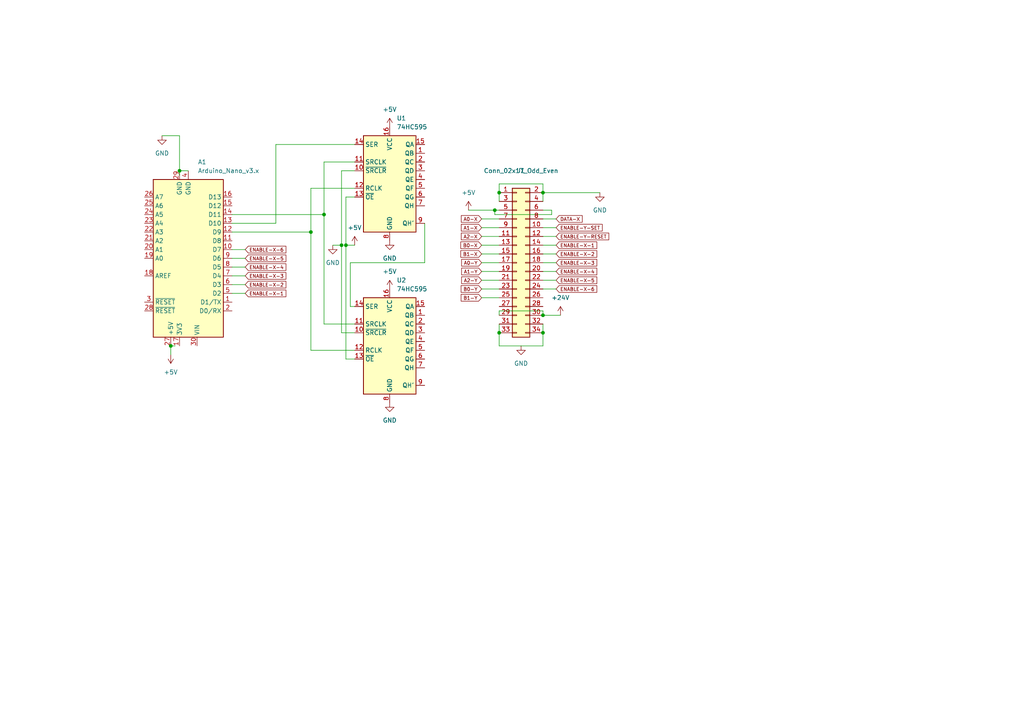
<source format=kicad_sch>
(kicad_sch (version 20211123) (generator eeschema)
  (paper "A4")
  (title_block (title "FlipDot34 Controller") (rev "1.0"))
  (lib_symbols
    (symbol "74xx:74HC595"
      (property "Reference" "U" (at -7.62 13.97 0))
      (property "Value" "74HC595" (at -7.62 -16.51 0))
      (symbol "74HC595_1_0"
        (pin tri_state line (at 10.16 7.62 180) (length 2.54) (name "QB") (number "1"))
        (pin input line (at -10.16 2.54 0) (length 2.54) (name "~{SRCLR}") (number "10"))
        (pin input line (at -10.16 5.08 0) (length 2.54) (name "SRCLK") (number "11"))
        (pin input line (at -10.16 -2.54 0) (length 2.54) (name "RCLK") (number "12"))
        (pin input line (at -10.16 -5.08 0) (length 2.54) (name "~{OE}") (number "13"))
        (pin input line (at -10.16 10.16 0) (length 2.54) (name "SER") (number "14"))
        (pin tri_state line (at 10.16 10.16 180) (length 2.54) (name "QA") (number "15"))
        (pin power_in line (at 0 15.24 270) (length 2.54) (name "VCC") (number "16"))
        (pin tri_state line (at 10.16 5.08 180) (length 2.54) (name "QC") (number "2"))
        (pin tri_state line (at 10.16 2.54 180) (length 2.54) (name "QD") (number "3"))
        (pin tri_state line (at 10.16 0 180) (length 2.54) (name "QE") (number "4"))
        (pin tri_state line (at 10.16 -2.54 180) (length 2.54) (name "QF") (number "5"))
        (pin tri_state line (at 10.16 -5.08 180) (length 2.54) (name "QG") (number "6"))
        (pin tri_state line (at 10.16 -7.62 180) (length 2.54) (name "QH") (number "7"))
        (pin power_in line (at 0 -17.78 90) (length 2.54) (name "GND") (number "8"))
        (pin output line (at 10.16 -12.7 180) (length 2.54) (name "QH'") (number "9"))
      )
      (symbol "74HC595_1_1"
        (rectangle (start -7.62 12.7) (end 7.62 -15.24) (stroke (width 0.254)) (fill (type background)))
      )
    )
    (symbol "Connector_Generic:Conn_02x17_Odd_Even" (pin_names (offset 1.016) hide)
      (property "Reference" "J" (at 1.27 22.86 0))
      (property "Value" "Conn_02x17_Odd_Even" (at 1.27 -22.86 0))
      (symbol "Conn_02x17_Odd_Even_1_1"
        (rectangle (start -1.27 -20.193) (end 0 -20.447) (stroke (width 0.1524)))
        (rectangle (start -1.27 -17.653) (end 0 -17.907) (stroke (width 0.1524)))
        (rectangle (start -1.27 -15.113) (end 0 -15.367) (stroke (width 0.1524)))
        (rectangle (start -1.27 -12.573) (end 0 -12.827) (stroke (width 0.1524)))
        (rectangle (start -1.27 -10.033) (end 0 -10.287) (stroke (width 0.1524)))
        (rectangle (start -1.27 -7.493) (end 0 -7.747) (stroke (width 0.1524)))
        (rectangle (start -1.27 -4.953) (end 0 -5.207) (stroke (width 0.1524)))
        (rectangle (start -1.27 -2.413) (end 0 -2.667) (stroke (width 0.1524)))
        (rectangle (start -1.27 0.127) (end 0 -0.127) (stroke (width 0.1524)))
        (rectangle (start -1.27 2.667) (end 0 2.413) (stroke (width 0.1524)))
        (rectangle (start -1.27 5.207) (end 0 4.953) (stroke (width 0.1524)))
        (rectangle (start -1.27 7.747) (end 0 7.493) (stroke (width 0.1524)))
        (rectangle (start -1.27 10.287) (end 0 10.033) (stroke (width 0.1524)))
        (rectangle (start -1.27 12.827) (end 0 12.573) (stroke (width 0.1524)))
        (rectangle (start -1.27 15.367) (end 0 15.113) (stroke (width 0.1524)))
        (rectangle (start -1.27 17.907) (end 0 17.653) (stroke (width 0.1524)))
        (rectangle (start -1.27 20.447) (end 0 20.193) (stroke (width 0.1524)))
        (rectangle (start -1.27 21.59) (end 3.81 -21.59) (stroke (width 0.254)) (fill (type background)))
        (rectangle (start 3.81 -20.193) (end 2.54 -20.447) (stroke (width 0.1524)))
        (rectangle (start 3.81 -17.653) (end 2.54 -17.907) (stroke (width 0.1524)))
        (rectangle (start 3.81 -15.113) (end 2.54 -15.367) (stroke (width 0.1524)))
        (rectangle (start 3.81 -12.573) (end 2.54 -12.827) (stroke (width 0.1524)))
        (rectangle (start 3.81 -10.033) (end 2.54 -10.287) (stroke (width 0.1524)))
        (rectangle (start 3.81 -7.493) (end 2.54 -7.747) (stroke (width 0.1524)))
        (rectangle (start 3.81 -4.953) (end 2.54 -5.207) (stroke (width 0.1524)))
        (rectangle (start 3.81 -2.413) (end 2.54 -2.667) (stroke (width 0.1524)))
        (rectangle (start 3.81 0.127) (end 2.54 -0.127) (stroke (width 0.1524)))
        (rectangle (start 3.81 2.667) (end 2.54 2.413) (stroke (width 0.1524)))
        (rectangle (start 3.81 5.207) (end 2.54 4.953) (stroke (width 0.1524)))
        (rectangle (start 3.81 7.747) (end 2.54 7.493) (stroke (width 0.1524)))
        (rectangle (start 3.81 10.287) (end 2.54 10.033) (stroke (width 0.1524)))
        (rectangle (start 3.81 12.827) (end 2.54 12.573) (stroke (width 0.1524)))
        (rectangle (start 3.81 15.367) (end 2.54 15.113) (stroke (width 0.1524)))
        (rectangle (start 3.81 17.907) (end 2.54 17.653) (stroke (width 0.1524)))
        (rectangle (start 3.81 20.447) (end 2.54 20.193) (stroke (width 0.1524)))
        (pin passive line (at -5.08 20.32 0) (length 3.81) (name "Pin_1") (number "1"))
        (pin passive line (at 7.62 10.16 180) (length 3.81) (name "Pin_10") (number "10"))
        (pin passive line (at -5.08 7.62 0) (length 3.81) (name "Pin_11") (number "11"))
        (pin passive line (at 7.62 7.62 180) (length 3.81) (name "Pin_12") (number "12"))
        (pin passive line (at -5.08 5.08 0) (length 3.81) (name "Pin_13") (number "13"))
        (pin passive line (at 7.62 5.08 180) (length 3.81) (name "Pin_14") (number "14"))
        (pin passive line (at -5.08 2.54 0) (length 3.81) (name "Pin_15") (number "15"))
        (pin passive line (at 7.62 2.54 180) (length 3.81) (name "Pin_16") (number "16"))
        (pin passive line (at -5.08 0 0) (length 3.81) (name "Pin_17") (number "17"))
        (pin passive line (at 7.62 0 180) (length 3.81) (name "Pin_18") (number "18"))
        (pin passive line (at -5.08 -2.54 0) (length 3.81) (name "Pin_19") (number "19"))
        (pin passive line (at 7.62 20.32 180) (length 3.81) (name "Pin_2") (number "2"))
        (pin passive line (at 7.62 -2.54 180) (length 3.81) (name "Pin_20") (number "20"))
        (pin passive line (at -5.08 -5.08 0) (length 3.81) (name "Pin_21") (number "21"))
        (pin passive line (at 7.62 -5.08 180) (length 3.81) (name "Pin_22") (number "22"))
        (pin passive line (at -5.08 -7.62 0) (length 3.81) (name "Pin_23") (number "23"))
        (pin passive line (at 7.62 -7.62 180) (length 3.81) (name "Pin_24") (number "24"))
        (pin passive line (at -5.08 -10.16 0) (length 3.81) (name "Pin_25") (number "25"))
        (pin passive line (at 7.62 -10.16 180) (length 3.81) (name "Pin_26") (number "26"))
        (pin passive line (at -5.08 -12.7 0) (length 3.81) (name "Pin_27") (number "27"))
        (pin passive line (at 7.62 -12.7 180) (length 3.81) (name "Pin_28") (number "28"))
        (pin passive line (at -5.08 -15.24 0) (length 3.81) (name "Pin_29") (number "29"))
        (pin passive line (at -5.08 17.78 0) (length 3.81) (name "Pin_3") (number "3"))
        (pin passive line (at 7.62 -15.24 180) (length 3.81) (name "Pin_30") (number "30"))
        (pin passive line (at -5.08 -17.78 0) (length 3.81) (name "Pin_31") (number "31"))
        (pin passive line (at 7.62 -17.78 180) (length 3.81) (name "Pin_32") (number "32"))
        (pin passive line (at -5.08 -20.32 0) (length 3.81) (name "Pin_33") (number "33"))
        (pin passive line (at 7.62 -20.32 180) (length 3.81) (name "Pin_34") (number "34"))
        (pin passive line (at 7.62 17.78 180) (length 3.81) (name "Pin_4") (number "4"))
        (pin passive line (at -5.08 15.24 0) (length 3.81) (name "Pin_5") (number "5"))
        (pin passive line (at 7.62 15.24 180) (length 3.81) (name "Pin_6") (number "6"))
        (pin passive line (at -5.08 12.7 0) (length 3.81) (name "Pin_7") (number "7"))
        (pin passive line (at 7.62 12.7 180) (length 3.81) (name "Pin_8") (number "8"))
        (pin passive line (at -5.08 10.16 0) (length 3.81) (name "Pin_9") (number "9"))
      )
    )
    (symbol "MCU_Module:Arduino_Nano_v3.x"
      (property "Reference" "A" (at -10.16 23.495 0))
      (property "Value" "Arduino_Nano_v3.x" (at 5.08 -24.13 0))
      (symbol "Arduino_Nano_v3.x_0_1"
        (rectangle (start -10.16 22.86) (end 10.16 -22.86) (stroke (width 0.254)) (fill (type background)))
      )
      (symbol "Arduino_Nano_v3.x_1_1"
        (pin bidirectional line (at -12.7 12.7 0) (length 2.54) (name "D1/TX") (number "1"))
        (pin bidirectional line (at -12.7 -2.54 0) (length 2.54) (name "D7") (number "10"))
        (pin bidirectional line (at -12.7 -5.08 0) (length 2.54) (name "D8") (number "11"))
        (pin bidirectional line (at -12.7 -7.62 0) (length 2.54) (name "D9") (number "12"))
        (pin bidirectional line (at -12.7 -10.16 0) (length 2.54) (name "D10") (number "13"))
        (pin bidirectional line (at -12.7 -12.7 0) (length 2.54) (name "D11") (number "14"))
        (pin bidirectional line (at -12.7 -15.24 0) (length 2.54) (name "D12") (number "15"))
        (pin bidirectional line (at -12.7 -17.78 0) (length 2.54) (name "D13") (number "16"))
        (pin power_out line (at 2.54 25.4 270) (length 2.54) (name "3V3") (number "17"))
        (pin input line (at 12.7 5.08 180) (length 2.54) (name "AREF") (number "18"))
        (pin bidirectional line (at 12.7 0 180) (length 2.54) (name "A0") (number "19"))
        (pin bidirectional line (at -12.7 15.24 0) (length 2.54) (name "D0/RX") (number "2"))
        (pin bidirectional line (at 12.7 -2.54 180) (length 2.54) (name "A1") (number "20"))
        (pin bidirectional line (at 12.7 -5.08 180) (length 2.54) (name "A2") (number "21"))
        (pin bidirectional line (at 12.7 -7.62 180) (length 2.54) (name "A3") (number "22"))
        (pin bidirectional line (at 12.7 -10.16 180) (length 2.54) (name "A4") (number "23"))
        (pin bidirectional line (at 12.7 -12.7 180) (length 2.54) (name "A5") (number "24"))
        (pin bidirectional line (at 12.7 -15.24 180) (length 2.54) (name "A6") (number "25"))
        (pin bidirectional line (at 12.7 -17.78 180) (length 2.54) (name "A7") (number "26"))
        (pin power_out line (at 5.08 25.4 270) (length 2.54) (name "+5V") (number "27"))
        (pin input line (at 12.7 15.24 180) (length 2.54) (name "~{RESET}") (number "28"))
        (pin power_in line (at 2.54 -25.4 90) (length 2.54) (name "GND") (number "29"))
        (pin input line (at 12.7 12.7 180) (length 2.54) (name "~{RESET}") (number "3"))
        (pin power_in line (at -2.54 25.4 270) (length 2.54) (name "VIN") (number "30"))
        (pin power_in line (at 0 -25.4 90) (length 2.54) (name "GND") (number "4"))
        (pin bidirectional line (at -12.7 10.16 0) (length 2.54) (name "D2") (number "5"))
        (pin bidirectional line (at -12.7 7.62 0) (length 2.54) (name "D3") (number "6"))
        (pin bidirectional line (at -12.7 5.08 0) (length 2.54) (name "D4") (number "7"))
        (pin bidirectional line (at -12.7 2.54 0) (length 2.54) (name "D5") (number "8"))
        (pin bidirectional line (at -12.7 0 0) (length 2.54) (name "D6") (number "9"))
      )
    )
    (symbol "power:+24V" (power) (pin_names (offset 0))
      (property "Value" "+24V" (at 0 3.556 0))
      (symbol "+24V_0_1"
        (polyline (pts (xy -0.762 1.27) (xy 0 2.54)))
        (polyline (pts (xy 0 0) (xy 0 2.54)))
        (polyline (pts (xy 0 2.54) (xy 0.762 1.27)))
      )
      (symbol "+24V_1_1"
        (pin power_in line (at 0 0 90) (length 0) hide (name "+24V") (number "1"))
      )
    )
    (symbol "power:+5V" (power) (pin_names (offset 0))
      (property "Value" "+5V" (at 0 3.556 0))
      (symbol "+5V_0_1"
        (polyline (pts (xy -0.762 1.27) (xy 0 2.54)))
        (polyline (pts (xy 0 0) (xy 0 2.54)))
        (polyline (pts (xy 0 2.54) (xy 0.762 1.27)))
      )
      (symbol "+5V_1_1"
        (pin power_in line (at 0 0 90) (length 0) hide (name "+5V") (number "1"))
      )
    )
    (symbol "power:GND" (power) (pin_names (offset 0))
      (property "Value" "GND" (at 0 -3.81 0))
      (symbol "GND_0_1"
        (polyline (pts (xy 0 0) (xy 0 -1.27) (xy 1.27 -1.27) (xy 0 -2.54) (xy -1.27 -1.27) (xy 0 -1.27)))
      )
      (symbol "GND_1_1"
        (pin power_in line (at 0 0 270) (length 0) hide (name "GND") (number "1"))
      )
    )
  )
  (junction (at 52.07 49.53))
  (junction (at 100.33 71.12))
  (junction (at 99.06 71.12))
  (junction (at 93.98 62.23))
  (junction (at 157.48 96.52))
  (junction (at 144.78 55.88))
  (junction (at 49.53 100.33))
  (junction (at 157.48 91.44))
  (junction (at 143.51 60.96))
  (junction (at 157.48 55.88))
  (junction (at 90.17 67.31))
  (junction (at 144.78 96.52))
  (wire (pts (xy 139.7 66.04) (xy 144.78 66.04)))
  (wire (pts (xy 102.87 57.15) (xy 100.33 57.15)))
  (wire (pts (xy 67.31 67.31) (xy 90.17 67.31)))
  (wire (pts (xy 143.51 60.96) (xy 143.51 62.23)))
  (wire (pts (xy 143.51 60.96) (xy 144.78 60.96)))
  (wire (pts (xy 144.78 90.17) (xy 157.48 90.17)))
  (wire (pts (xy 157.48 53.34) (xy 157.48 55.88)))
  (wire (pts (xy 144.78 55.88) (xy 144.78 58.42)))
  (wire (pts (xy 139.7 81.28) (xy 144.78 81.28)))
  (wire (pts (xy 144.78 53.34) (xy 157.48 53.34)))
  (wire (pts (xy 67.31 72.39) (xy 71.12 72.39)))
  (wire (pts (xy 161.29 73.66) (xy 157.48 73.66)))
  (wire (pts (xy 157.48 91.44) (xy 162.56 91.44)))
  (wire (pts (xy 90.17 67.31) (xy 90.17 101.6)))
  (wire (pts (xy 100.33 71.12) (xy 102.87 71.12)))
  (wire (pts (xy 93.98 62.23) (xy 93.98 93.98)))
  (wire (pts (xy 67.31 80.01) (xy 71.12 80.01)))
  (wire (pts (xy 123.19 64.77) (xy 123.19 76.2)))
  (wire (pts (xy 139.7 76.2) (xy 144.78 76.2)))
  (wire (pts (xy 160.02 62.23) (xy 160.02 60.96)))
  (wire (pts (xy 52.07 39.37) (xy 52.07 49.53)))
  (wire (pts (xy 161.29 76.2) (xy 157.48 76.2)))
  (wire (pts (xy 93.98 93.98) (xy 102.87 93.98)))
  (wire (pts (xy 144.78 100.33) (xy 157.48 100.33)))
  (wire (pts (xy 100.33 57.15) (xy 100.33 71.12)))
  (wire (pts (xy 67.31 77.47) (xy 71.12 77.47)))
  (wire (pts (xy 102.87 49.53) (xy 99.06 49.53)))
  (wire (pts (xy 143.51 62.23) (xy 160.02 62.23)))
  (wire (pts (xy 52.07 49.53) (xy 54.61 49.53)))
  (wire (pts (xy 101.6 88.9) (xy 102.87 88.9)))
  (wire (pts (xy 161.29 78.74) (xy 157.48 78.74)))
  (wire (pts (xy 99.06 96.52) (xy 102.87 96.52)))
  (wire (pts (xy 160.02 60.96) (xy 157.48 60.96)))
  (wire (pts (xy 157.48 100.33) (xy 157.48 96.52)))
  (wire (pts (xy 144.78 91.44) (xy 144.78 90.17)))
  (wire (pts (xy 67.31 85.09) (xy 71.12 85.09)))
  (wire (pts (xy 102.87 46.99) (xy 93.98 46.99)))
  (wire (pts (xy 90.17 101.6) (xy 102.87 101.6)))
  (wire (pts (xy 161.29 68.58) (xy 157.48 68.58)))
  (wire (pts (xy 139.7 86.36) (xy 144.78 86.36)))
  (wire (pts (xy 67.31 74.93) (xy 71.12 74.93)))
  (wire (pts (xy 99.06 49.53) (xy 99.06 71.12)))
  (wire (pts (xy 100.33 71.12) (xy 100.33 104.14)))
  (wire (pts (xy 67.31 82.55) (xy 71.12 82.55)))
  (wire (pts (xy 144.78 93.98) (xy 144.78 96.52)))
  (wire (pts (xy 161.29 66.04) (xy 157.48 66.04)))
  (wire (pts (xy 157.48 55.88) (xy 157.48 58.42)))
  (wire (pts (xy 90.17 54.61) (xy 90.17 67.31)))
  (wire (pts (xy 139.7 78.74) (xy 144.78 78.74)))
  (wire (pts (xy 144.78 96.52) (xy 144.78 100.33)))
  (wire (pts (xy 139.7 71.12) (xy 144.78 71.12)))
  (wire (pts (xy 139.7 83.82) (xy 144.78 83.82)))
  (wire (pts (xy 52.07 39.37) (xy 46.99 39.37)))
  (wire (pts (xy 123.19 76.2) (xy 101.6 76.2)))
  (wire (pts (xy 80.01 64.77) (xy 80.01 41.91)))
  (wire (pts (xy 93.98 46.99) (xy 93.98 62.23)))
  (wire (pts (xy 161.29 81.28) (xy 157.48 81.28)))
  (wire (pts (xy 67.31 64.77) (xy 80.01 64.77)))
  (wire (pts (xy 49.53 100.33) (xy 50.8 100.33)))
  (wire (pts (xy 80.01 41.91) (xy 102.87 41.91)))
  (wire (pts (xy 161.29 63.5) (xy 157.48 63.5)))
  (wire (pts (xy 102.87 54.61) (xy 90.17 54.61)))
  (wire (pts (xy 139.7 73.66) (xy 144.78 73.66)))
  (wire (pts (xy 157.48 93.98) (xy 157.48 96.52)))
  (wire (pts (xy 67.31 62.23) (xy 93.98 62.23)))
  (wire (pts (xy 96.52 71.12) (xy 99.06 71.12)))
  (wire (pts (xy 161.29 71.12) (xy 157.48 71.12)))
  (wire (pts (xy 139.7 63.5) (xy 144.78 63.5)))
  (wire (pts (xy 100.33 104.14) (xy 102.87 104.14)))
  (wire (pts (xy 157.48 55.88) (xy 173.99 55.88)))
  (wire (pts (xy 99.06 71.12) (xy 99.06 96.52)))
  (wire (pts (xy 144.78 55.88) (xy 144.78 53.34)))
  (wire (pts (xy 49.53 100.33) (xy 49.53 102.87)))
  (wire (pts (xy 52.07 49.53) (xy 52.07 50.8)))
  (wire (pts (xy 157.48 90.17) (xy 157.48 91.44)))
  (wire (pts (xy 135.89 60.96) (xy 143.51 60.96)))
  (wire (pts (xy 139.7 68.58) (xy 144.78 68.58)))
  (wire (pts (xy 101.6 76.2) (xy 101.6 88.9)))
  (wire (pts (xy 161.29 83.82) (xy 157.48 83.82)))
  (global_label "ENABLE-X-5" (shape input) (at 161.29 81.28 0) (effects (font (size 1 1))) (property "Intersheet References" "${INTERSHEET_REFS}" (effects hide)))
  (global_label "B0-Y" (shape input) (at 139.7 83.82 180) (effects (font (size 1 1))) (property "Intersheet References" "${INTERSHEET_REFS}" (effects hide)))
  (global_label "ENABLE-X-1" (shape input) (at 71.12 85.09 0) (effects (font (size 1 1))) (property "Intersheet References" "${INTERSHEET_REFS}" (effects hide)))
  (global_label "ENABLE-X-6" (shape input) (at 71.12 72.39 0) (effects (font (size 1 1))) (property "Intersheet References" "${INTERSHEET_REFS}" (effects hide)))
  (global_label "A0-Y" (shape input) (at 139.7 76.2 180) (effects (font (size 1 1))) (property "Intersheet References" "${INTERSHEET_REFS}" (effects hide)))
  (global_label "ENABLE-X-3" (shape input) (at 161.29 76.2 0) (effects (font (size 1 1))) (property "Intersheet References" "${INTERSHEET_REFS}" (effects hide)))
  (global_label "ENABLE-X-4" (shape input) (at 161.29 78.74 0) (effects (font (size 1 1))) (property "Intersheet References" "${INTERSHEET_REFS}" (effects hide)))
  (global_label "ENABLE-X-5" (shape input) (at 71.12 74.93 0) (effects (font (size 1 1))) (property "Intersheet References" "${INTERSHEET_REFS}" (effects hide)))
  (global_label "B1-X" (shape input) (at 139.7 73.66 180) (effects (font (size 1 1))) (property "Intersheet References" "${INTERSHEET_REFS}" (effects hide)))
  (global_label "B0-X" (shape input) (at 139.7 71.12 180) (effects (font (size 1 1))) (property "Intersheet References" "${INTERSHEET_REFS}" (effects hide)))
  (global_label "B1-Y" (shape input) (at 139.7 86.36 180) (effects (font (size 1 1))) (property "Intersheet References" "${INTERSHEET_REFS}" (effects hide)))
  (global_label "A2-X" (shape input) (at 139.7 68.58 180) (effects (font (size 1 1))) (property "Intersheet References" "${INTERSHEET_REFS}" (effects hide)))
  (global_label "ENABLE-X-6" (shape input) (at 161.29 83.82 0) (effects (font (size 1 1))) (property "Intersheet References" "${INTERSHEET_REFS}" (effects hide)))
  (global_label "A1-Y" (shape input) (at 139.7 78.74 180) (effects (font (size 1 1))) (property "Intersheet References" "${INTERSHEET_REFS}" (effects hide)))
  (global_label "DATA-X" (shape input) (at 161.29 63.5 0) (effects (font (size 1 1))) (property "Intersheet References" "${INTERSHEET_REFS}" (effects hide)))
  (global_label "ENABLE-X-4" (shape input) (at 71.12 77.47 0) (effects (font (size 1 1))) (property "Intersheet References" "${INTERSHEET_REFS}" (effects hide)))
  (global_label "ENABLE-X-3" (shape input) (at 71.12 80.01 0) (effects (font (size 1 1))) (property "Intersheet References" "${INTERSHEET_REFS}" (effects hide)))
  (global_label "ENABLE-X-2" (shape input) (at 71.12 82.55 0) (effects (font (size 1 1))) (property "Intersheet References" "${INTERSHEET_REFS}" (effects hide)))
  (global_label "ENABLE-Y-RESET" (shape input) (at 161.29 68.58 0) (effects (font (size 1 1))) (property "Intersheet References" "${INTERSHEET_REFS}" (effects hide)))
  (global_label "A2-Y" (shape input) (at 139.7 81.28 180) (effects (font (size 1 1))) (property "Intersheet References" "${INTERSHEET_REFS}" (effects hide)))
  (global_label "A1-X" (shape input) (at 139.7 66.04 180) (effects (font (size 1 1))) (property "Intersheet References" "${INTERSHEET_REFS}" (effects hide)))
  (global_label "A0-X" (shape input) (at 139.7 63.5 180) (effects (font (size 1 1))) (property "Intersheet References" "${INTERSHEET_REFS}" (effects hide)))
  (global_label "ENABLE-Y-SET" (shape input) (at 161.29 66.04 0) (effects (font (size 1 1))) (property "Intersheet References" "${INTERSHEET_REFS}" (effects hide)))
  (global_label "ENABLE-X-1" (shape input) (at 161.29 71.12 0) (effects (font (size 1 1))) (property "Intersheet References" "${INTERSHEET_REFS}" (effects hide)))
  (global_label "ENABLE-X-2" (shape input) (at 161.29 73.66 0) (effects (font (size 1 1))) (property "Intersheet References" "${INTERSHEET_REFS}" (effects hide)))
  (symbol (lib_id "74xx:74HC595") (at 113.03 52.07 0) (unit 1)
    (property "Reference" "U1" (at 115.0494 34.29 0) (effects (justify left)))
    (property "Value" "74HC595" (at 115.0494 36.83 0) (effects (justify left)))
    (property "Datasheet" "http://www.ti.com/lit/ds/symlink/sn74hc595.pdf" (effects hide))
  )
  (symbol (lib_id "power:+5V") (at 135.89 60.96 0) (unit 1)
    (property "Reference" "#PWR?" (effects hide))
    (property "Value" "+5V" (at 135.89 55.88 0))
  )
  (symbol (lib_id "power:GND") (at 113.03 69.85 0) (unit 1)
    (property "Reference" "#PWR?" (effects hide))
    (property "Value" "GND" (at 113.03 74.93 0))
  )
  (symbol (lib_id "power:GND") (at 113.03 116.84 0) (unit 1)
    (property "Reference" "#PWR?" (effects hide))
    (property "Value" "GND" (at 113.03 121.92 0))
  )
  (symbol (lib_id "power:+24V") (at 162.56 91.44 0) (unit 1)
    (property "Reference" "#PWR?" (effects hide))
    (property "Value" "+24V" (at 162.56 86.36 0))
  )
  (symbol (lib_id "power:GND") (at 151.13 100.33 0) (unit 1)
    (property "Reference" "#PWR?" (effects hide))
    (property "Value" "GND" (at 151.13 105.41 0))
  )
  (symbol (lib_id "power:GND") (at 46.99 39.37 0) (unit 1)
    (property "Reference" "#PWR?" (effects hide))
    (property "Value" "GND" (at 46.99 44.45 0))
  )
  (symbol (lib_id "Connector_Generic:Conn_02x17_Odd_Even") (at 149.86 76.2 0) (unit 1)
    (property "Reference" "J1" (at 151.13 49.53 0))
    (property "Value" "Conn_02x17_Odd_Even" (at 151.13 49.53 0))
  )
  (symbol (lib_id "MCU_Module:Arduino_Nano_v3.x") (at 54.61 74.93 180) (unit 1)
    (property "Reference" "A1" (at 57.3787 46.99 0) (effects (justify right)))
    (property "Value" "Arduino_Nano_v3.x" (at 57.3787 49.53 0) (effects (justify right)))
    (property "Footprint" "Module:Arduino_Nano" (effects hide))
    (property "Datasheet" "http://www.mouser.com/pdfdocs/Gravitech_Arduino_Nano3_0.pdf" (effects hide))
  )
  (symbol (lib_id "power:GND") (at 96.52 71.12 0) (unit 1)
    (property "Reference" "#PWR?" (effects hide))
    (property "Value" "GND" (at 96.52 76.2 0))
  )
  (symbol (lib_id "74xx:74HC595") (at 113.03 99.06 0) (unit 1)
    (property "Reference" "U2" (at 115.0494 81.28 0) (effects (justify left)))
    (property "Value" "74HC595" (at 115.0494 83.82 0) (effects (justify left)))
    (property "Datasheet" "http://www.ti.com/lit/ds/symlink/sn74hc595.pdf" (effects hide))
  )
  (symbol (lib_id "power:+5V") (at 49.53 102.87 180) (unit 1)
    (property "Reference" "#PWR?" (effects hide))
    (property "Value" "+5V" (at 49.53 107.95 0))
  )
  (symbol (lib_id "power:+5V") (at 102.87 71.12 0) (unit 1)
    (property "Reference" "#PWR?" (effects hide))
    (property "Value" "+5V" (at 102.87 66.04 0))
  )
  (symbol (lib_id "power:+5V") (at 113.03 36.83 0) (unit 1)
    (property "Reference" "#PWR?" (effects hide))
    (property "Value" "+5V" (at 113.03 31.75 0))
  )
  (symbol (lib_id "power:GND") (at 173.99 55.88 0) (unit 1)
    (property "Reference" "#PWR?" (effects hide))
    (property "Value" "GND" (at 173.99 60.96 0))
  )
  (symbol (lib_id "power:+5V") (at 113.03 83.82 0) (unit 1)
    (property "Reference" "#PWR?" (effects hide))
    (property "Value" "+5V" (at 113.03 78.74 0))
  )
)
</source>
